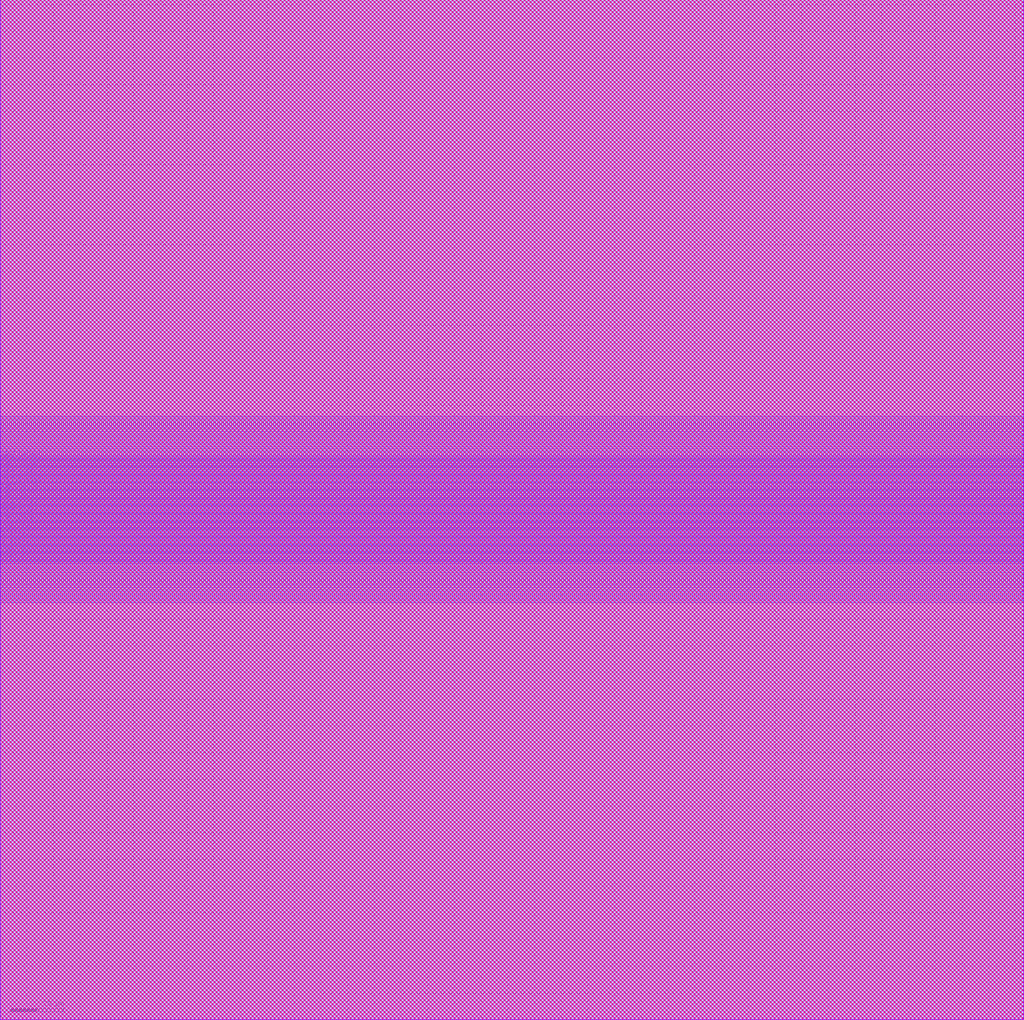
<source format=lef>
##
## LEF for PtnCells ;
## created by Innovus v19.17-s077_1 on Mon Mar 13 01:33:59 2023
##

VERSION 5.8 ;

BUSBITCHARS "[]" ;
DIVIDERCHAR "/" ;

MACRO fullchip
  CLASS BLOCK ;
  SIZE 383.200000 BY 381.800000 ;
  FOREIGN fullchip 0.000000 0.000000 ;
  ORIGIN 0 0 ;
  SYMMETRY X Y R90 ;
  PIN clk
    DIRECTION INPUT ;
    USE SIGNAL ;
    PORT
      LAYER M3 ;
        RECT 0.000000 170.750000 0.600000 170.850000 ;
    END
  END clk
  PIN mem_in[31]
    DIRECTION INPUT ;
    USE SIGNAL ;
    PORT
      LAYER M3 ;
        RECT 0.000000 209.950000 0.600000 210.050000 ;
    END
  END mem_in[31]
  PIN mem_in[30]
    DIRECTION INPUT ;
    USE SIGNAL ;
    PORT
      LAYER M3 ;
        RECT 0.000000 209.150000 0.600000 209.250000 ;
    END
  END mem_in[30]
  PIN mem_in[29]
    DIRECTION INPUT ;
    USE SIGNAL ;
    PORT
      LAYER M3 ;
        RECT 0.000000 208.350000 0.600000 208.450000 ;
    END
  END mem_in[29]
  PIN mem_in[28]
    DIRECTION INPUT ;
    USE SIGNAL ;
    PORT
      LAYER M3 ;
        RECT 0.000000 207.550000 0.600000 207.650000 ;
    END
  END mem_in[28]
  PIN mem_in[27]
    DIRECTION INPUT ;
    USE SIGNAL ;
    PORT
      LAYER M3 ;
        RECT 0.000000 206.750000 0.600000 206.850000 ;
    END
  END mem_in[27]
  PIN mem_in[26]
    DIRECTION INPUT ;
    USE SIGNAL ;
    PORT
      LAYER M3 ;
        RECT 0.000000 205.950000 0.600000 206.050000 ;
    END
  END mem_in[26]
  PIN mem_in[25]
    DIRECTION INPUT ;
    USE SIGNAL ;
    PORT
      LAYER M3 ;
        RECT 0.000000 205.150000 0.600000 205.250000 ;
    END
  END mem_in[25]
  PIN mem_in[24]
    DIRECTION INPUT ;
    USE SIGNAL ;
    PORT
      LAYER M3 ;
        RECT 0.000000 204.350000 0.600000 204.450000 ;
    END
  END mem_in[24]
  PIN mem_in[23]
    DIRECTION INPUT ;
    USE SIGNAL ;
    PORT
      LAYER M3 ;
        RECT 0.000000 203.550000 0.600000 203.650000 ;
    END
  END mem_in[23]
  PIN mem_in[22]
    DIRECTION INPUT ;
    USE SIGNAL ;
    PORT
      LAYER M3 ;
        RECT 0.000000 202.750000 0.600000 202.850000 ;
    END
  END mem_in[22]
  PIN mem_in[21]
    DIRECTION INPUT ;
    USE SIGNAL ;
    PORT
      LAYER M3 ;
        RECT 0.000000 201.950000 0.600000 202.050000 ;
    END
  END mem_in[21]
  PIN mem_in[20]
    DIRECTION INPUT ;
    USE SIGNAL ;
    PORT
      LAYER M3 ;
        RECT 0.000000 201.150000 0.600000 201.250000 ;
    END
  END mem_in[20]
  PIN mem_in[19]
    DIRECTION INPUT ;
    USE SIGNAL ;
    PORT
      LAYER M3 ;
        RECT 0.000000 200.350000 0.600000 200.450000 ;
    END
  END mem_in[19]
  PIN mem_in[18]
    DIRECTION INPUT ;
    USE SIGNAL ;
    PORT
      LAYER M3 ;
        RECT 0.000000 199.550000 0.600000 199.650000 ;
    END
  END mem_in[18]
  PIN mem_in[17]
    DIRECTION INPUT ;
    USE SIGNAL ;
    PORT
      LAYER M3 ;
        RECT 0.000000 198.750000 0.600000 198.850000 ;
    END
  END mem_in[17]
  PIN mem_in[16]
    DIRECTION INPUT ;
    USE SIGNAL ;
    PORT
      LAYER M3 ;
        RECT 0.000000 197.950000 0.600000 198.050000 ;
    END
  END mem_in[16]
  PIN mem_in[15]
    DIRECTION INPUT ;
    USE SIGNAL ;
    PORT
      LAYER M3 ;
        RECT 0.000000 197.150000 0.600000 197.250000 ;
    END
  END mem_in[15]
  PIN mem_in[14]
    DIRECTION INPUT ;
    USE SIGNAL ;
    PORT
      LAYER M3 ;
        RECT 0.000000 196.350000 0.600000 196.450000 ;
    END
  END mem_in[14]
  PIN mem_in[13]
    DIRECTION INPUT ;
    USE SIGNAL ;
    PORT
      LAYER M3 ;
        RECT 0.000000 195.550000 0.600000 195.650000 ;
    END
  END mem_in[13]
  PIN mem_in[12]
    DIRECTION INPUT ;
    USE SIGNAL ;
    PORT
      LAYER M3 ;
        RECT 0.000000 194.750000 0.600000 194.850000 ;
    END
  END mem_in[12]
  PIN mem_in[11]
    DIRECTION INPUT ;
    USE SIGNAL ;
    PORT
      LAYER M3 ;
        RECT 0.000000 193.950000 0.600000 194.050000 ;
    END
  END mem_in[11]
  PIN mem_in[10]
    DIRECTION INPUT ;
    USE SIGNAL ;
    PORT
      LAYER M3 ;
        RECT 0.000000 193.150000 0.600000 193.250000 ;
    END
  END mem_in[10]
  PIN mem_in[9]
    DIRECTION INPUT ;
    USE SIGNAL ;
    PORT
      LAYER M3 ;
        RECT 0.000000 192.350000 0.600000 192.450000 ;
    END
  END mem_in[9]
  PIN mem_in[8]
    DIRECTION INPUT ;
    USE SIGNAL ;
    PORT
      LAYER M3 ;
        RECT 0.000000 191.550000 0.600000 191.650000 ;
    END
  END mem_in[8]
  PIN mem_in[7]
    DIRECTION INPUT ;
    USE SIGNAL ;
    PORT
      LAYER M3 ;
        RECT 0.000000 190.750000 0.600000 190.850000 ;
    END
  END mem_in[7]
  PIN mem_in[6]
    DIRECTION INPUT ;
    USE SIGNAL ;
    PORT
      LAYER M3 ;
        RECT 0.000000 189.950000 0.600000 190.050000 ;
    END
  END mem_in[6]
  PIN mem_in[5]
    DIRECTION INPUT ;
    USE SIGNAL ;
    PORT
      LAYER M3 ;
        RECT 0.000000 189.150000 0.600000 189.250000 ;
    END
  END mem_in[5]
  PIN mem_in[4]
    DIRECTION INPUT ;
    USE SIGNAL ;
    PORT
      LAYER M3 ;
        RECT 0.000000 188.350000 0.600000 188.450000 ;
    END
  END mem_in[4]
  PIN mem_in[3]
    DIRECTION INPUT ;
    USE SIGNAL ;
    PORT
      LAYER M3 ;
        RECT 0.000000 187.550000 0.600000 187.650000 ;
    END
  END mem_in[3]
  PIN mem_in[2]
    DIRECTION INPUT ;
    USE SIGNAL ;
    PORT
      LAYER M3 ;
        RECT 0.000000 186.750000 0.600000 186.850000 ;
    END
  END mem_in[2]
  PIN mem_in[1]
    DIRECTION INPUT ;
    USE SIGNAL ;
    PORT
      LAYER M3 ;
        RECT 0.000000 185.950000 0.600000 186.050000 ;
    END
  END mem_in[1]
  PIN mem_in[0]
    DIRECTION INPUT ;
    USE SIGNAL ;
    PORT
      LAYER M3 ;
        RECT 0.000000 185.150000 0.600000 185.250000 ;
    END
  END mem_in[0]
  PIN inst[16]
    DIRECTION INPUT ;
    USE SIGNAL ;
    PORT
      LAYER M3 ;
        RECT 0.000000 184.350000 0.600000 184.450000 ;
    END
  END inst[16]
  PIN inst[15]
    DIRECTION INPUT ;
    USE SIGNAL ;
    PORT
      LAYER M3 ;
        RECT 0.000000 183.550000 0.600000 183.650000 ;
    END
  END inst[15]
  PIN inst[14]
    DIRECTION INPUT ;
    USE SIGNAL ;
    PORT
      LAYER M3 ;
        RECT 0.000000 182.750000 0.600000 182.850000 ;
    END
  END inst[14]
  PIN inst[13]
    DIRECTION INPUT ;
    USE SIGNAL ;
    PORT
      LAYER M3 ;
        RECT 0.000000 181.950000 0.600000 182.050000 ;
    END
  END inst[13]
  PIN inst[12]
    DIRECTION INPUT ;
    USE SIGNAL ;
    PORT
      LAYER M3 ;
        RECT 0.000000 181.150000 0.600000 181.250000 ;
    END
  END inst[12]
  PIN inst[11]
    DIRECTION INPUT ;
    USE SIGNAL ;
    PORT
      LAYER M3 ;
        RECT 0.000000 180.350000 0.600000 180.450000 ;
    END
  END inst[11]
  PIN inst[10]
    DIRECTION INPUT ;
    USE SIGNAL ;
    PORT
      LAYER M3 ;
        RECT 0.000000 179.550000 0.600000 179.650000 ;
    END
  END inst[10]
  PIN inst[9]
    DIRECTION INPUT ;
    USE SIGNAL ;
    PORT
      LAYER M3 ;
        RECT 0.000000 178.750000 0.600000 178.850000 ;
    END
  END inst[9]
  PIN inst[8]
    DIRECTION INPUT ;
    USE SIGNAL ;
    PORT
      LAYER M3 ;
        RECT 0.000000 177.950000 0.600000 178.050000 ;
    END
  END inst[8]
  PIN inst[7]
    DIRECTION INPUT ;
    USE SIGNAL ;
    PORT
      LAYER M3 ;
        RECT 0.000000 177.150000 0.600000 177.250000 ;
    END
  END inst[7]
  PIN inst[6]
    DIRECTION INPUT ;
    USE SIGNAL ;
    PORT
      LAYER M3 ;
        RECT 0.000000 176.350000 0.600000 176.450000 ;
    END
  END inst[6]
  PIN inst[5]
    DIRECTION INPUT ;
    USE SIGNAL ;
    PORT
      LAYER M3 ;
        RECT 0.000000 175.550000 0.600000 175.650000 ;
    END
  END inst[5]
  PIN inst[4]
    DIRECTION INPUT ;
    USE SIGNAL ;
    PORT
      LAYER M3 ;
        RECT 0.000000 174.750000 0.600000 174.850000 ;
    END
  END inst[4]
  PIN inst[3]
    DIRECTION INPUT ;
    USE SIGNAL ;
    PORT
      LAYER M3 ;
        RECT 0.000000 173.950000 0.600000 174.050000 ;
    END
  END inst[3]
  PIN inst[2]
    DIRECTION INPUT ;
    USE SIGNAL ;
    PORT
      LAYER M3 ;
        RECT 0.000000 173.150000 0.600000 173.250000 ;
    END
  END inst[2]
  PIN inst[1]
    DIRECTION INPUT ;
    USE SIGNAL ;
    PORT
      LAYER M3 ;
        RECT 0.000000 172.350000 0.600000 172.450000 ;
    END
  END inst[1]
  PIN inst[0]
    DIRECTION INPUT ;
    USE SIGNAL ;
    PORT
      LAYER M3 ;
        RECT 0.000000 171.550000 0.600000 171.650000 ;
    END
  END inst[0]
  PIN reset
    DIRECTION INPUT ;
    USE SIGNAL ;
    PORT
      LAYER M3 ;
        RECT 0.000000 210.750000 0.600000 210.850000 ;
    END
  END reset
  PIN out[87]
    DIRECTION OUTPUT ;
    USE SIGNAL ;
    PORT
      LAYER M3 ;
        RECT 382.600000 156.150000 383.200000 156.250000 ;
    END
  END out[87]
  PIN out[86]
    DIRECTION OUTPUT ;
    USE SIGNAL ;
    PORT
      LAYER M3 ;
        RECT 382.600000 156.950000 383.200000 157.050000 ;
    END
  END out[86]
  PIN out[85]
    DIRECTION OUTPUT ;
    USE SIGNAL ;
    PORT
      LAYER M3 ;
        RECT 382.600000 157.750000 383.200000 157.850000 ;
    END
  END out[85]
  PIN out[84]
    DIRECTION OUTPUT ;
    USE SIGNAL ;
    PORT
      LAYER M3 ;
        RECT 382.600000 158.550000 383.200000 158.650000 ;
    END
  END out[84]
  PIN out[83]
    DIRECTION OUTPUT ;
    USE SIGNAL ;
    PORT
      LAYER M3 ;
        RECT 382.600000 159.350000 383.200000 159.450000 ;
    END
  END out[83]
  PIN out[82]
    DIRECTION OUTPUT ;
    USE SIGNAL ;
    PORT
      LAYER M3 ;
        RECT 382.600000 160.150000 383.200000 160.250000 ;
    END
  END out[82]
  PIN out[81]
    DIRECTION OUTPUT ;
    USE SIGNAL ;
    PORT
      LAYER M3 ;
        RECT 382.600000 160.950000 383.200000 161.050000 ;
    END
  END out[81]
  PIN out[80]
    DIRECTION OUTPUT ;
    USE SIGNAL ;
    PORT
      LAYER M3 ;
        RECT 382.600000 161.750000 383.200000 161.850000 ;
    END
  END out[80]
  PIN out[79]
    DIRECTION OUTPUT ;
    USE SIGNAL ;
    PORT
      LAYER M3 ;
        RECT 382.600000 162.550000 383.200000 162.650000 ;
    END
  END out[79]
  PIN out[78]
    DIRECTION OUTPUT ;
    USE SIGNAL ;
    PORT
      LAYER M3 ;
        RECT 382.600000 163.350000 383.200000 163.450000 ;
    END
  END out[78]
  PIN out[77]
    DIRECTION OUTPUT ;
    USE SIGNAL ;
    PORT
      LAYER M3 ;
        RECT 382.600000 164.150000 383.200000 164.250000 ;
    END
  END out[77]
  PIN out[76]
    DIRECTION OUTPUT ;
    USE SIGNAL ;
    PORT
      LAYER M3 ;
        RECT 382.600000 164.950000 383.200000 165.050000 ;
    END
  END out[76]
  PIN out[75]
    DIRECTION OUTPUT ;
    USE SIGNAL ;
    PORT
      LAYER M3 ;
        RECT 382.600000 165.750000 383.200000 165.850000 ;
    END
  END out[75]
  PIN out[74]
    DIRECTION OUTPUT ;
    USE SIGNAL ;
    PORT
      LAYER M3 ;
        RECT 382.600000 166.550000 383.200000 166.650000 ;
    END
  END out[74]
  PIN out[73]
    DIRECTION OUTPUT ;
    USE SIGNAL ;
    PORT
      LAYER M3 ;
        RECT 382.600000 167.350000 383.200000 167.450000 ;
    END
  END out[73]
  PIN out[72]
    DIRECTION OUTPUT ;
    USE SIGNAL ;
    PORT
      LAYER M3 ;
        RECT 382.600000 168.150000 383.200000 168.250000 ;
    END
  END out[72]
  PIN out[71]
    DIRECTION OUTPUT ;
    USE SIGNAL ;
    PORT
      LAYER M3 ;
        RECT 382.600000 168.950000 383.200000 169.050000 ;
    END
  END out[71]
  PIN out[70]
    DIRECTION OUTPUT ;
    USE SIGNAL ;
    PORT
      LAYER M3 ;
        RECT 382.600000 169.750000 383.200000 169.850000 ;
    END
  END out[70]
  PIN out[69]
    DIRECTION OUTPUT ;
    USE SIGNAL ;
    PORT
      LAYER M3 ;
        RECT 382.600000 170.550000 383.200000 170.650000 ;
    END
  END out[69]
  PIN out[68]
    DIRECTION OUTPUT ;
    USE SIGNAL ;
    PORT
      LAYER M3 ;
        RECT 382.600000 171.350000 383.200000 171.450000 ;
    END
  END out[68]
  PIN out[67]
    DIRECTION OUTPUT ;
    USE SIGNAL ;
    PORT
      LAYER M3 ;
        RECT 382.600000 172.150000 383.200000 172.250000 ;
    END
  END out[67]
  PIN out[66]
    DIRECTION OUTPUT ;
    USE SIGNAL ;
    PORT
      LAYER M3 ;
        RECT 382.600000 172.950000 383.200000 173.050000 ;
    END
  END out[66]
  PIN out[65]
    DIRECTION OUTPUT ;
    USE SIGNAL ;
    PORT
      LAYER M3 ;
        RECT 382.600000 173.750000 383.200000 173.850000 ;
    END
  END out[65]
  PIN out[64]
    DIRECTION OUTPUT ;
    USE SIGNAL ;
    PORT
      LAYER M3 ;
        RECT 382.600000 174.550000 383.200000 174.650000 ;
    END
  END out[64]
  PIN out[63]
    DIRECTION OUTPUT ;
    USE SIGNAL ;
    PORT
      LAYER M3 ;
        RECT 382.600000 175.350000 383.200000 175.450000 ;
    END
  END out[63]
  PIN out[62]
    DIRECTION OUTPUT ;
    USE SIGNAL ;
    PORT
      LAYER M3 ;
        RECT 382.600000 176.150000 383.200000 176.250000 ;
    END
  END out[62]
  PIN out[61]
    DIRECTION OUTPUT ;
    USE SIGNAL ;
    PORT
      LAYER M3 ;
        RECT 382.600000 176.950000 383.200000 177.050000 ;
    END
  END out[61]
  PIN out[60]
    DIRECTION OUTPUT ;
    USE SIGNAL ;
    PORT
      LAYER M3 ;
        RECT 382.600000 177.750000 383.200000 177.850000 ;
    END
  END out[60]
  PIN out[59]
    DIRECTION OUTPUT ;
    USE SIGNAL ;
    PORT
      LAYER M3 ;
        RECT 382.600000 178.550000 383.200000 178.650000 ;
    END
  END out[59]
  PIN out[58]
    DIRECTION OUTPUT ;
    USE SIGNAL ;
    PORT
      LAYER M3 ;
        RECT 382.600000 179.350000 383.200000 179.450000 ;
    END
  END out[58]
  PIN out[57]
    DIRECTION OUTPUT ;
    USE SIGNAL ;
    PORT
      LAYER M3 ;
        RECT 382.600000 180.150000 383.200000 180.250000 ;
    END
  END out[57]
  PIN out[56]
    DIRECTION OUTPUT ;
    USE SIGNAL ;
    PORT
      LAYER M3 ;
        RECT 382.600000 180.950000 383.200000 181.050000 ;
    END
  END out[56]
  PIN out[55]
    DIRECTION OUTPUT ;
    USE SIGNAL ;
    PORT
      LAYER M3 ;
        RECT 382.600000 181.750000 383.200000 181.850000 ;
    END
  END out[55]
  PIN out[54]
    DIRECTION OUTPUT ;
    USE SIGNAL ;
    PORT
      LAYER M3 ;
        RECT 382.600000 182.550000 383.200000 182.650000 ;
    END
  END out[54]
  PIN out[53]
    DIRECTION OUTPUT ;
    USE SIGNAL ;
    PORT
      LAYER M3 ;
        RECT 382.600000 183.350000 383.200000 183.450000 ;
    END
  END out[53]
  PIN out[52]
    DIRECTION OUTPUT ;
    USE SIGNAL ;
    PORT
      LAYER M3 ;
        RECT 382.600000 184.150000 383.200000 184.250000 ;
    END
  END out[52]
  PIN out[51]
    DIRECTION OUTPUT ;
    USE SIGNAL ;
    PORT
      LAYER M3 ;
        RECT 382.600000 184.950000 383.200000 185.050000 ;
    END
  END out[51]
  PIN out[50]
    DIRECTION OUTPUT ;
    USE SIGNAL ;
    PORT
      LAYER M3 ;
        RECT 382.600000 185.750000 383.200000 185.850000 ;
    END
  END out[50]
  PIN out[49]
    DIRECTION OUTPUT ;
    USE SIGNAL ;
    PORT
      LAYER M3 ;
        RECT 382.600000 186.550000 383.200000 186.650000 ;
    END
  END out[49]
  PIN out[48]
    DIRECTION OUTPUT ;
    USE SIGNAL ;
    PORT
      LAYER M3 ;
        RECT 382.600000 187.350000 383.200000 187.450000 ;
    END
  END out[48]
  PIN out[47]
    DIRECTION OUTPUT ;
    USE SIGNAL ;
    PORT
      LAYER M3 ;
        RECT 382.600000 188.150000 383.200000 188.250000 ;
    END
  END out[47]
  PIN out[46]
    DIRECTION OUTPUT ;
    USE SIGNAL ;
    PORT
      LAYER M3 ;
        RECT 382.600000 188.950000 383.200000 189.050000 ;
    END
  END out[46]
  PIN out[45]
    DIRECTION OUTPUT ;
    USE SIGNAL ;
    PORT
      LAYER M3 ;
        RECT 382.600000 189.750000 383.200000 189.850000 ;
    END
  END out[45]
  PIN out[44]
    DIRECTION OUTPUT ;
    USE SIGNAL ;
    PORT
      LAYER M3 ;
        RECT 382.600000 190.550000 383.200000 190.650000 ;
    END
  END out[44]
  PIN out[43]
    DIRECTION OUTPUT ;
    USE SIGNAL ;
    PORT
      LAYER M3 ;
        RECT 382.600000 191.350000 383.200000 191.450000 ;
    END
  END out[43]
  PIN out[42]
    DIRECTION OUTPUT ;
    USE SIGNAL ;
    PORT
      LAYER M3 ;
        RECT 382.600000 192.150000 383.200000 192.250000 ;
    END
  END out[42]
  PIN out[41]
    DIRECTION OUTPUT ;
    USE SIGNAL ;
    PORT
      LAYER M3 ;
        RECT 382.600000 192.950000 383.200000 193.050000 ;
    END
  END out[41]
  PIN out[40]
    DIRECTION OUTPUT ;
    USE SIGNAL ;
    PORT
      LAYER M3 ;
        RECT 382.600000 193.750000 383.200000 193.850000 ;
    END
  END out[40]
  PIN out[39]
    DIRECTION OUTPUT ;
    USE SIGNAL ;
    PORT
      LAYER M3 ;
        RECT 382.600000 194.550000 383.200000 194.650000 ;
    END
  END out[39]
  PIN out[38]
    DIRECTION OUTPUT ;
    USE SIGNAL ;
    PORT
      LAYER M3 ;
        RECT 382.600000 195.350000 383.200000 195.450000 ;
    END
  END out[38]
  PIN out[37]
    DIRECTION OUTPUT ;
    USE SIGNAL ;
    PORT
      LAYER M3 ;
        RECT 382.600000 196.150000 383.200000 196.250000 ;
    END
  END out[37]
  PIN out[36]
    DIRECTION OUTPUT ;
    USE SIGNAL ;
    PORT
      LAYER M3 ;
        RECT 382.600000 196.950000 383.200000 197.050000 ;
    END
  END out[36]
  PIN out[35]
    DIRECTION OUTPUT ;
    USE SIGNAL ;
    PORT
      LAYER M3 ;
        RECT 382.600000 197.750000 383.200000 197.850000 ;
    END
  END out[35]
  PIN out[34]
    DIRECTION OUTPUT ;
    USE SIGNAL ;
    PORT
      LAYER M3 ;
        RECT 382.600000 198.550000 383.200000 198.650000 ;
    END
  END out[34]
  PIN out[33]
    DIRECTION OUTPUT ;
    USE SIGNAL ;
    PORT
      LAYER M3 ;
        RECT 382.600000 199.350000 383.200000 199.450000 ;
    END
  END out[33]
  PIN out[32]
    DIRECTION OUTPUT ;
    USE SIGNAL ;
    PORT
      LAYER M3 ;
        RECT 382.600000 200.150000 383.200000 200.250000 ;
    END
  END out[32]
  PIN out[31]
    DIRECTION OUTPUT ;
    USE SIGNAL ;
    PORT
      LAYER M3 ;
        RECT 382.600000 200.950000 383.200000 201.050000 ;
    END
  END out[31]
  PIN out[30]
    DIRECTION OUTPUT ;
    USE SIGNAL ;
    PORT
      LAYER M3 ;
        RECT 382.600000 201.750000 383.200000 201.850000 ;
    END
  END out[30]
  PIN out[29]
    DIRECTION OUTPUT ;
    USE SIGNAL ;
    PORT
      LAYER M3 ;
        RECT 382.600000 202.550000 383.200000 202.650000 ;
    END
  END out[29]
  PIN out[28]
    DIRECTION OUTPUT ;
    USE SIGNAL ;
    PORT
      LAYER M3 ;
        RECT 382.600000 203.350000 383.200000 203.450000 ;
    END
  END out[28]
  PIN out[27]
    DIRECTION OUTPUT ;
    USE SIGNAL ;
    PORT
      LAYER M3 ;
        RECT 382.600000 204.150000 383.200000 204.250000 ;
    END
  END out[27]
  PIN out[26]
    DIRECTION OUTPUT ;
    USE SIGNAL ;
    PORT
      LAYER M3 ;
        RECT 382.600000 204.950000 383.200000 205.050000 ;
    END
  END out[26]
  PIN out[25]
    DIRECTION OUTPUT ;
    USE SIGNAL ;
    PORT
      LAYER M3 ;
        RECT 382.600000 205.750000 383.200000 205.850000 ;
    END
  END out[25]
  PIN out[24]
    DIRECTION OUTPUT ;
    USE SIGNAL ;
    PORT
      LAYER M3 ;
        RECT 382.600000 206.550000 383.200000 206.650000 ;
    END
  END out[24]
  PIN out[23]
    DIRECTION OUTPUT ;
    USE SIGNAL ;
    PORT
      LAYER M3 ;
        RECT 382.600000 207.350000 383.200000 207.450000 ;
    END
  END out[23]
  PIN out[22]
    DIRECTION OUTPUT ;
    USE SIGNAL ;
    PORT
      LAYER M3 ;
        RECT 382.600000 208.150000 383.200000 208.250000 ;
    END
  END out[22]
  PIN out[21]
    DIRECTION OUTPUT ;
    USE SIGNAL ;
    PORT
      LAYER M3 ;
        RECT 382.600000 208.950000 383.200000 209.050000 ;
    END
  END out[21]
  PIN out[20]
    DIRECTION OUTPUT ;
    USE SIGNAL ;
    PORT
      LAYER M3 ;
        RECT 382.600000 209.750000 383.200000 209.850000 ;
    END
  END out[20]
  PIN out[19]
    DIRECTION OUTPUT ;
    USE SIGNAL ;
    PORT
      LAYER M3 ;
        RECT 382.600000 210.550000 383.200000 210.650000 ;
    END
  END out[19]
  PIN out[18]
    DIRECTION OUTPUT ;
    USE SIGNAL ;
    PORT
      LAYER M3 ;
        RECT 382.600000 211.350000 383.200000 211.450000 ;
    END
  END out[18]
  PIN out[17]
    DIRECTION OUTPUT ;
    USE SIGNAL ;
    PORT
      LAYER M3 ;
        RECT 382.600000 212.150000 383.200000 212.250000 ;
    END
  END out[17]
  PIN out[16]
    DIRECTION OUTPUT ;
    USE SIGNAL ;
    PORT
      LAYER M3 ;
        RECT 382.600000 212.950000 383.200000 213.050000 ;
    END
  END out[16]
  PIN out[15]
    DIRECTION OUTPUT ;
    USE SIGNAL ;
    PORT
      LAYER M3 ;
        RECT 382.600000 213.750000 383.200000 213.850000 ;
    END
  END out[15]
  PIN out[14]
    DIRECTION OUTPUT ;
    USE SIGNAL ;
    PORT
      LAYER M3 ;
        RECT 382.600000 214.550000 383.200000 214.650000 ;
    END
  END out[14]
  PIN out[13]
    DIRECTION OUTPUT ;
    USE SIGNAL ;
    PORT
      LAYER M3 ;
        RECT 382.600000 215.350000 383.200000 215.450000 ;
    END
  END out[13]
  PIN out[12]
    DIRECTION OUTPUT ;
    USE SIGNAL ;
    PORT
      LAYER M3 ;
        RECT 382.600000 216.150000 383.200000 216.250000 ;
    END
  END out[12]
  PIN out[11]
    DIRECTION OUTPUT ;
    USE SIGNAL ;
    PORT
      LAYER M3 ;
        RECT 382.600000 216.950000 383.200000 217.050000 ;
    END
  END out[11]
  PIN out[10]
    DIRECTION OUTPUT ;
    USE SIGNAL ;
    PORT
      LAYER M3 ;
        RECT 382.600000 217.750000 383.200000 217.850000 ;
    END
  END out[10]
  PIN out[9]
    DIRECTION OUTPUT ;
    USE SIGNAL ;
    PORT
      LAYER M3 ;
        RECT 382.600000 218.550000 383.200000 218.650000 ;
    END
  END out[9]
  PIN out[8]
    DIRECTION OUTPUT ;
    USE SIGNAL ;
    PORT
      LAYER M3 ;
        RECT 382.600000 219.350000 383.200000 219.450000 ;
    END
  END out[8]
  PIN out[7]
    DIRECTION OUTPUT ;
    USE SIGNAL ;
    PORT
      LAYER M3 ;
        RECT 382.600000 220.150000 383.200000 220.250000 ;
    END
  END out[7]
  PIN out[6]
    DIRECTION OUTPUT ;
    USE SIGNAL ;
    PORT
      LAYER M3 ;
        RECT 382.600000 220.950000 383.200000 221.050000 ;
    END
  END out[6]
  PIN out[5]
    DIRECTION OUTPUT ;
    USE SIGNAL ;
    PORT
      LAYER M3 ;
        RECT 382.600000 221.750000 383.200000 221.850000 ;
    END
  END out[5]
  PIN out[4]
    DIRECTION OUTPUT ;
    USE SIGNAL ;
    PORT
      LAYER M3 ;
        RECT 382.600000 222.550000 383.200000 222.650000 ;
    END
  END out[4]
  PIN out[3]
    DIRECTION OUTPUT ;
    USE SIGNAL ;
    PORT
      LAYER M3 ;
        RECT 382.600000 223.350000 383.200000 223.450000 ;
    END
  END out[3]
  PIN out[2]
    DIRECTION OUTPUT ;
    USE SIGNAL ;
    PORT
      LAYER M3 ;
        RECT 382.600000 224.150000 383.200000 224.250000 ;
    END
  END out[2]
  PIN out[1]
    DIRECTION OUTPUT ;
    USE SIGNAL ;
    PORT
      LAYER M3 ;
        RECT 382.600000 224.950000 383.200000 225.050000 ;
    END
  END out[1]
  PIN out[0]
    DIRECTION OUTPUT ;
    USE SIGNAL ;
    PORT
      LAYER M3 ;
        RECT 382.600000 225.750000 383.200000 225.850000 ;
    END
  END out[0]
  OBS
    LAYER M1 ;
      RECT 0.000000 0.000000 383.200000 381.800000 ;
    LAYER M2 ;
      RECT 0.000000 0.000000 383.200000 381.800000 ;
    LAYER M3 ;
      RECT 0.000000 225.950000 383.200000 381.800000 ;
      RECT 0.000000 225.650000 382.480000 225.950000 ;
      RECT 0.000000 225.150000 383.200000 225.650000 ;
      RECT 0.000000 224.850000 382.480000 225.150000 ;
      RECT 0.000000 224.350000 383.200000 224.850000 ;
      RECT 0.000000 224.050000 382.480000 224.350000 ;
      RECT 0.000000 223.550000 383.200000 224.050000 ;
      RECT 0.000000 223.250000 382.480000 223.550000 ;
      RECT 0.000000 222.750000 383.200000 223.250000 ;
      RECT 0.000000 222.450000 382.480000 222.750000 ;
      RECT 0.000000 221.950000 383.200000 222.450000 ;
      RECT 0.000000 221.650000 382.480000 221.950000 ;
      RECT 0.000000 221.150000 383.200000 221.650000 ;
      RECT 0.000000 220.850000 382.480000 221.150000 ;
      RECT 0.000000 220.350000 383.200000 220.850000 ;
      RECT 0.000000 220.050000 382.480000 220.350000 ;
      RECT 0.000000 219.550000 383.200000 220.050000 ;
      RECT 0.000000 219.250000 382.480000 219.550000 ;
      RECT 0.000000 218.750000 383.200000 219.250000 ;
      RECT 0.000000 218.450000 382.480000 218.750000 ;
      RECT 0.000000 217.950000 383.200000 218.450000 ;
      RECT 0.000000 217.650000 382.480000 217.950000 ;
      RECT 0.000000 217.150000 383.200000 217.650000 ;
      RECT 0.000000 216.850000 382.480000 217.150000 ;
      RECT 0.000000 216.350000 383.200000 216.850000 ;
      RECT 0.000000 216.050000 382.480000 216.350000 ;
      RECT 0.000000 215.550000 383.200000 216.050000 ;
      RECT 0.000000 215.250000 382.480000 215.550000 ;
      RECT 0.000000 214.750000 383.200000 215.250000 ;
      RECT 0.000000 214.450000 382.480000 214.750000 ;
      RECT 0.000000 213.950000 383.200000 214.450000 ;
      RECT 0.000000 213.650000 382.480000 213.950000 ;
      RECT 0.000000 213.150000 383.200000 213.650000 ;
      RECT 0.000000 212.850000 382.480000 213.150000 ;
      RECT 0.000000 212.350000 383.200000 212.850000 ;
      RECT 0.000000 212.050000 382.480000 212.350000 ;
      RECT 0.000000 211.550000 383.200000 212.050000 ;
      RECT 0.000000 211.250000 382.480000 211.550000 ;
      RECT 0.000000 210.950000 383.200000 211.250000 ;
      RECT 0.720000 210.750000 383.200000 210.950000 ;
      RECT 0.720000 210.650000 382.480000 210.750000 ;
      RECT 0.000000 210.450000 382.480000 210.650000 ;
      RECT 0.000000 210.150000 383.200000 210.450000 ;
      RECT 0.720000 209.950000 383.200000 210.150000 ;
      RECT 0.720000 209.850000 382.480000 209.950000 ;
      RECT 0.000000 209.650000 382.480000 209.850000 ;
      RECT 0.000000 209.350000 383.200000 209.650000 ;
      RECT 0.720000 209.150000 383.200000 209.350000 ;
      RECT 0.720000 209.050000 382.480000 209.150000 ;
      RECT 0.000000 208.850000 382.480000 209.050000 ;
      RECT 0.000000 208.550000 383.200000 208.850000 ;
      RECT 0.720000 208.350000 383.200000 208.550000 ;
      RECT 0.720000 208.250000 382.480000 208.350000 ;
      RECT 0.000000 208.050000 382.480000 208.250000 ;
      RECT 0.000000 207.750000 383.200000 208.050000 ;
      RECT 0.720000 207.550000 383.200000 207.750000 ;
      RECT 0.720000 207.450000 382.480000 207.550000 ;
      RECT 0.000000 207.250000 382.480000 207.450000 ;
      RECT 0.000000 206.950000 383.200000 207.250000 ;
      RECT 0.720000 206.750000 383.200000 206.950000 ;
      RECT 0.720000 206.650000 382.480000 206.750000 ;
      RECT 0.000000 206.450000 382.480000 206.650000 ;
      RECT 0.000000 206.150000 383.200000 206.450000 ;
      RECT 0.720000 205.950000 383.200000 206.150000 ;
      RECT 0.720000 205.850000 382.480000 205.950000 ;
      RECT 0.000000 205.650000 382.480000 205.850000 ;
      RECT 0.000000 205.350000 383.200000 205.650000 ;
      RECT 0.720000 205.150000 383.200000 205.350000 ;
      RECT 0.720000 205.050000 382.480000 205.150000 ;
      RECT 0.000000 204.850000 382.480000 205.050000 ;
      RECT 0.000000 204.550000 383.200000 204.850000 ;
      RECT 0.720000 204.350000 383.200000 204.550000 ;
      RECT 0.720000 204.250000 382.480000 204.350000 ;
      RECT 0.000000 204.050000 382.480000 204.250000 ;
      RECT 0.000000 203.750000 383.200000 204.050000 ;
      RECT 0.720000 203.550000 383.200000 203.750000 ;
      RECT 0.720000 203.450000 382.480000 203.550000 ;
      RECT 0.000000 203.250000 382.480000 203.450000 ;
      RECT 0.000000 202.950000 383.200000 203.250000 ;
      RECT 0.720000 202.750000 383.200000 202.950000 ;
      RECT 0.720000 202.650000 382.480000 202.750000 ;
      RECT 0.000000 202.450000 382.480000 202.650000 ;
      RECT 0.000000 202.150000 383.200000 202.450000 ;
      RECT 0.720000 201.950000 383.200000 202.150000 ;
      RECT 0.720000 201.850000 382.480000 201.950000 ;
      RECT 0.000000 201.650000 382.480000 201.850000 ;
      RECT 0.000000 201.350000 383.200000 201.650000 ;
      RECT 0.720000 201.150000 383.200000 201.350000 ;
      RECT 0.720000 201.050000 382.480000 201.150000 ;
      RECT 0.000000 200.850000 382.480000 201.050000 ;
      RECT 0.000000 200.550000 383.200000 200.850000 ;
      RECT 0.720000 200.350000 383.200000 200.550000 ;
      RECT 0.720000 200.250000 382.480000 200.350000 ;
      RECT 0.000000 200.050000 382.480000 200.250000 ;
      RECT 0.000000 199.750000 383.200000 200.050000 ;
      RECT 0.720000 199.550000 383.200000 199.750000 ;
      RECT 0.720000 199.450000 382.480000 199.550000 ;
      RECT 0.000000 199.250000 382.480000 199.450000 ;
      RECT 0.000000 198.950000 383.200000 199.250000 ;
      RECT 0.720000 198.750000 383.200000 198.950000 ;
      RECT 0.720000 198.650000 382.480000 198.750000 ;
      RECT 0.000000 198.450000 382.480000 198.650000 ;
      RECT 0.000000 198.150000 383.200000 198.450000 ;
      RECT 0.720000 197.950000 383.200000 198.150000 ;
      RECT 0.720000 197.850000 382.480000 197.950000 ;
      RECT 0.000000 197.650000 382.480000 197.850000 ;
      RECT 0.000000 197.350000 383.200000 197.650000 ;
      RECT 0.720000 197.150000 383.200000 197.350000 ;
      RECT 0.720000 197.050000 382.480000 197.150000 ;
      RECT 0.000000 196.850000 382.480000 197.050000 ;
      RECT 0.000000 196.550000 383.200000 196.850000 ;
      RECT 0.720000 196.350000 383.200000 196.550000 ;
      RECT 0.720000 196.250000 382.480000 196.350000 ;
      RECT 0.000000 196.050000 382.480000 196.250000 ;
      RECT 0.000000 195.750000 383.200000 196.050000 ;
      RECT 0.720000 195.550000 383.200000 195.750000 ;
      RECT 0.720000 195.450000 382.480000 195.550000 ;
      RECT 0.000000 195.250000 382.480000 195.450000 ;
      RECT 0.000000 194.950000 383.200000 195.250000 ;
      RECT 0.720000 194.750000 383.200000 194.950000 ;
      RECT 0.720000 194.650000 382.480000 194.750000 ;
      RECT 0.000000 194.450000 382.480000 194.650000 ;
      RECT 0.000000 194.150000 383.200000 194.450000 ;
      RECT 0.720000 193.950000 383.200000 194.150000 ;
      RECT 0.720000 193.850000 382.480000 193.950000 ;
      RECT 0.000000 193.650000 382.480000 193.850000 ;
      RECT 0.000000 193.350000 383.200000 193.650000 ;
      RECT 0.720000 193.150000 383.200000 193.350000 ;
      RECT 0.720000 193.050000 382.480000 193.150000 ;
      RECT 0.000000 192.850000 382.480000 193.050000 ;
      RECT 0.000000 192.550000 383.200000 192.850000 ;
      RECT 0.720000 192.350000 383.200000 192.550000 ;
      RECT 0.720000 192.250000 382.480000 192.350000 ;
      RECT 0.000000 192.050000 382.480000 192.250000 ;
      RECT 0.000000 191.750000 383.200000 192.050000 ;
      RECT 0.720000 191.550000 383.200000 191.750000 ;
      RECT 0.720000 191.450000 382.480000 191.550000 ;
      RECT 0.000000 191.250000 382.480000 191.450000 ;
      RECT 0.000000 190.950000 383.200000 191.250000 ;
      RECT 0.720000 190.750000 383.200000 190.950000 ;
      RECT 0.720000 190.650000 382.480000 190.750000 ;
      RECT 0.000000 190.450000 382.480000 190.650000 ;
      RECT 0.000000 190.150000 383.200000 190.450000 ;
      RECT 0.720000 189.950000 383.200000 190.150000 ;
      RECT 0.720000 189.850000 382.480000 189.950000 ;
      RECT 0.000000 189.650000 382.480000 189.850000 ;
      RECT 0.000000 189.350000 383.200000 189.650000 ;
      RECT 0.720000 189.150000 383.200000 189.350000 ;
      RECT 0.720000 189.050000 382.480000 189.150000 ;
      RECT 0.000000 188.850000 382.480000 189.050000 ;
      RECT 0.000000 188.550000 383.200000 188.850000 ;
      RECT 0.720000 188.350000 383.200000 188.550000 ;
      RECT 0.720000 188.250000 382.480000 188.350000 ;
      RECT 0.000000 188.050000 382.480000 188.250000 ;
      RECT 0.000000 187.750000 383.200000 188.050000 ;
      RECT 0.720000 187.550000 383.200000 187.750000 ;
      RECT 0.720000 187.450000 382.480000 187.550000 ;
      RECT 0.000000 187.250000 382.480000 187.450000 ;
      RECT 0.000000 186.950000 383.200000 187.250000 ;
      RECT 0.720000 186.750000 383.200000 186.950000 ;
      RECT 0.720000 186.650000 382.480000 186.750000 ;
      RECT 0.000000 186.450000 382.480000 186.650000 ;
      RECT 0.000000 186.150000 383.200000 186.450000 ;
      RECT 0.720000 185.950000 383.200000 186.150000 ;
      RECT 0.720000 185.850000 382.480000 185.950000 ;
      RECT 0.000000 185.650000 382.480000 185.850000 ;
      RECT 0.000000 185.350000 383.200000 185.650000 ;
      RECT 0.720000 185.150000 383.200000 185.350000 ;
      RECT 0.720000 185.050000 382.480000 185.150000 ;
      RECT 0.000000 184.850000 382.480000 185.050000 ;
      RECT 0.000000 184.550000 383.200000 184.850000 ;
      RECT 0.720000 184.350000 383.200000 184.550000 ;
      RECT 0.720000 184.250000 382.480000 184.350000 ;
      RECT 0.000000 184.050000 382.480000 184.250000 ;
      RECT 0.000000 183.750000 383.200000 184.050000 ;
      RECT 0.720000 183.550000 383.200000 183.750000 ;
      RECT 0.720000 183.450000 382.480000 183.550000 ;
      RECT 0.000000 183.250000 382.480000 183.450000 ;
      RECT 0.000000 182.950000 383.200000 183.250000 ;
      RECT 0.720000 182.750000 383.200000 182.950000 ;
      RECT 0.720000 182.650000 382.480000 182.750000 ;
      RECT 0.000000 182.450000 382.480000 182.650000 ;
      RECT 0.000000 182.150000 383.200000 182.450000 ;
      RECT 0.720000 181.950000 383.200000 182.150000 ;
      RECT 0.720000 181.850000 382.480000 181.950000 ;
      RECT 0.000000 181.650000 382.480000 181.850000 ;
      RECT 0.000000 181.350000 383.200000 181.650000 ;
      RECT 0.720000 181.150000 383.200000 181.350000 ;
      RECT 0.720000 181.050000 382.480000 181.150000 ;
      RECT 0.000000 180.850000 382.480000 181.050000 ;
      RECT 0.000000 180.550000 383.200000 180.850000 ;
      RECT 0.720000 180.350000 383.200000 180.550000 ;
      RECT 0.720000 180.250000 382.480000 180.350000 ;
      RECT 0.000000 180.050000 382.480000 180.250000 ;
      RECT 0.000000 179.750000 383.200000 180.050000 ;
      RECT 0.720000 179.550000 383.200000 179.750000 ;
      RECT 0.720000 179.450000 382.480000 179.550000 ;
      RECT 0.000000 179.250000 382.480000 179.450000 ;
      RECT 0.000000 178.950000 383.200000 179.250000 ;
      RECT 0.720000 178.750000 383.200000 178.950000 ;
      RECT 0.720000 178.650000 382.480000 178.750000 ;
      RECT 0.000000 178.450000 382.480000 178.650000 ;
      RECT 0.000000 178.150000 383.200000 178.450000 ;
      RECT 0.720000 177.950000 383.200000 178.150000 ;
      RECT 0.720000 177.850000 382.480000 177.950000 ;
      RECT 0.000000 177.650000 382.480000 177.850000 ;
      RECT 0.000000 177.350000 383.200000 177.650000 ;
      RECT 0.720000 177.150000 383.200000 177.350000 ;
      RECT 0.720000 177.050000 382.480000 177.150000 ;
      RECT 0.000000 176.850000 382.480000 177.050000 ;
      RECT 0.000000 176.550000 383.200000 176.850000 ;
      RECT 0.720000 176.350000 383.200000 176.550000 ;
      RECT 0.720000 176.250000 382.480000 176.350000 ;
      RECT 0.000000 176.050000 382.480000 176.250000 ;
      RECT 0.000000 175.750000 383.200000 176.050000 ;
      RECT 0.720000 175.550000 383.200000 175.750000 ;
      RECT 0.720000 175.450000 382.480000 175.550000 ;
      RECT 0.000000 175.250000 382.480000 175.450000 ;
      RECT 0.000000 174.950000 383.200000 175.250000 ;
      RECT 0.720000 174.750000 383.200000 174.950000 ;
      RECT 0.720000 174.650000 382.480000 174.750000 ;
      RECT 0.000000 174.450000 382.480000 174.650000 ;
      RECT 0.000000 174.150000 383.200000 174.450000 ;
      RECT 0.720000 173.950000 383.200000 174.150000 ;
      RECT 0.720000 173.850000 382.480000 173.950000 ;
      RECT 0.000000 173.650000 382.480000 173.850000 ;
      RECT 0.000000 173.350000 383.200000 173.650000 ;
      RECT 0.720000 173.150000 383.200000 173.350000 ;
      RECT 0.720000 173.050000 382.480000 173.150000 ;
      RECT 0.000000 172.850000 382.480000 173.050000 ;
      RECT 0.000000 172.550000 383.200000 172.850000 ;
      RECT 0.720000 172.350000 383.200000 172.550000 ;
      RECT 0.720000 172.250000 382.480000 172.350000 ;
      RECT 0.000000 172.050000 382.480000 172.250000 ;
      RECT 0.000000 171.750000 383.200000 172.050000 ;
      RECT 0.720000 171.550000 383.200000 171.750000 ;
      RECT 0.720000 171.450000 382.480000 171.550000 ;
      RECT 0.000000 171.250000 382.480000 171.450000 ;
      RECT 0.000000 170.950000 383.200000 171.250000 ;
      RECT 0.720000 170.750000 383.200000 170.950000 ;
      RECT 0.720000 170.650000 382.480000 170.750000 ;
      RECT 0.000000 170.450000 382.480000 170.650000 ;
      RECT 0.000000 169.950000 383.200000 170.450000 ;
      RECT 0.000000 169.650000 382.480000 169.950000 ;
      RECT 0.000000 169.150000 383.200000 169.650000 ;
      RECT 0.000000 168.850000 382.480000 169.150000 ;
      RECT 0.000000 168.350000 383.200000 168.850000 ;
      RECT 0.000000 168.050000 382.480000 168.350000 ;
      RECT 0.000000 167.550000 383.200000 168.050000 ;
      RECT 0.000000 167.250000 382.480000 167.550000 ;
      RECT 0.000000 166.750000 383.200000 167.250000 ;
      RECT 0.000000 166.450000 382.480000 166.750000 ;
      RECT 0.000000 165.950000 383.200000 166.450000 ;
      RECT 0.000000 165.650000 382.480000 165.950000 ;
      RECT 0.000000 165.150000 383.200000 165.650000 ;
      RECT 0.000000 164.850000 382.480000 165.150000 ;
      RECT 0.000000 164.350000 383.200000 164.850000 ;
      RECT 0.000000 164.050000 382.480000 164.350000 ;
      RECT 0.000000 163.550000 383.200000 164.050000 ;
      RECT 0.000000 163.250000 382.480000 163.550000 ;
      RECT 0.000000 162.750000 383.200000 163.250000 ;
      RECT 0.000000 162.450000 382.480000 162.750000 ;
      RECT 0.000000 161.950000 383.200000 162.450000 ;
      RECT 0.000000 161.650000 382.480000 161.950000 ;
      RECT 0.000000 161.150000 383.200000 161.650000 ;
      RECT 0.000000 160.850000 382.480000 161.150000 ;
      RECT 0.000000 160.350000 383.200000 160.850000 ;
      RECT 0.000000 160.050000 382.480000 160.350000 ;
      RECT 0.000000 159.550000 383.200000 160.050000 ;
      RECT 0.000000 159.250000 382.480000 159.550000 ;
      RECT 0.000000 158.750000 383.200000 159.250000 ;
      RECT 0.000000 158.450000 382.480000 158.750000 ;
      RECT 0.000000 157.950000 383.200000 158.450000 ;
      RECT 0.000000 157.650000 382.480000 157.950000 ;
      RECT 0.000000 157.150000 383.200000 157.650000 ;
      RECT 0.000000 156.850000 382.480000 157.150000 ;
      RECT 0.000000 156.350000 383.200000 156.850000 ;
      RECT 0.000000 156.050000 382.480000 156.350000 ;
      RECT 0.000000 0.000000 383.200000 156.050000 ;
    LAYER M4 ;
      RECT 0.000000 0.000000 383.200000 381.800000 ;
    LAYER M5 ;
      RECT 0.000000 0.000000 383.200000 381.800000 ;
    LAYER M6 ;
      RECT 0.000000 0.000000 383.200000 381.800000 ;
    LAYER M7 ;
      RECT 0.000000 0.000000 383.200000 381.800000 ;
    LAYER M8 ;
      RECT 0.000000 0.000000 383.200000 381.800000 ;
  END
END fullchip

END LIBRARY

</source>
